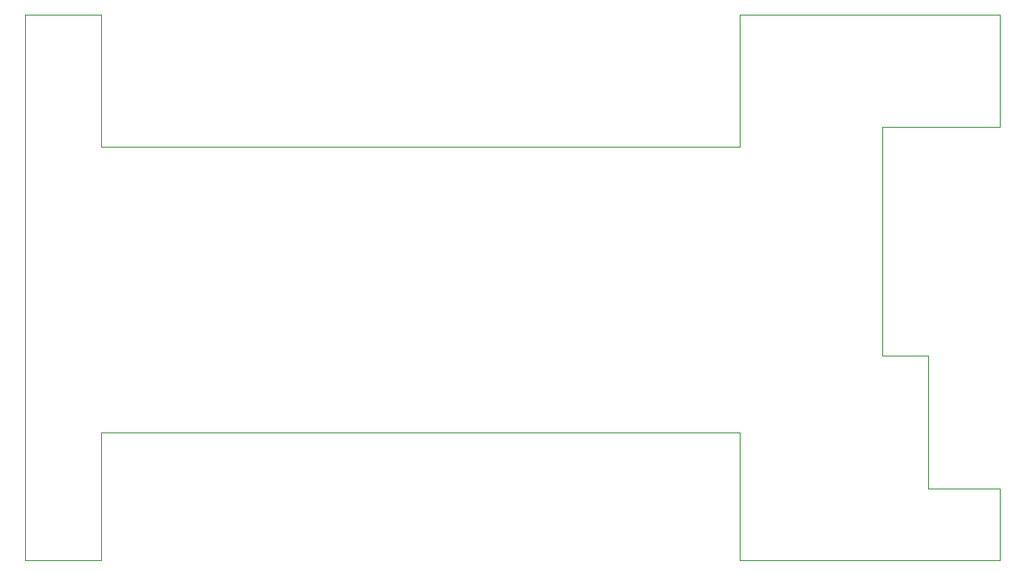
<source format=gbr>
%TF.GenerationSoftware,KiCad,Pcbnew,7.0.7*%
%TF.CreationDate,2023-10-17T22:55:22+02:00*%
%TF.ProjectId,OSSD_front_panel,4f535344-5f66-4726-9f6e-745f70616e65,rev?*%
%TF.SameCoordinates,Original*%
%TF.FileFunction,Profile,NP*%
%FSLAX46Y46*%
G04 Gerber Fmt 4.6, Leading zero omitted, Abs format (unit mm)*
G04 Created by KiCad (PCBNEW 7.0.7) date 2023-10-17 22:55:22*
%MOMM*%
%LPD*%
G01*
G04 APERTURE LIST*
%TA.AperFunction,Profile*%
%ADD10C,0.100000*%
%TD*%
G04 APERTURE END LIST*
D10*
X109500000Y-66500000D02*
X109500000Y-79500000D01*
X109500000Y-107500000D02*
X109500000Y-120000000D01*
X186000000Y-100000000D02*
X190500000Y-100000000D01*
X197500000Y-66500000D02*
X197500000Y-77500000D01*
X186000000Y-77500000D02*
X186000000Y-100000000D01*
X109500000Y-120000000D02*
X102000000Y-120000000D01*
X190500000Y-113000000D02*
X197500000Y-113000000D01*
X172000000Y-66500000D02*
X197500000Y-66500000D01*
X197500000Y-113000000D02*
X197500000Y-120000000D01*
X102000000Y-66500000D02*
X109500000Y-66500000D01*
X190500000Y-100000000D02*
X190500000Y-113000000D01*
X109500000Y-79500000D02*
X172000000Y-79500000D01*
X172000000Y-107500000D02*
X109500000Y-107500000D01*
X102000000Y-120000000D02*
X102000000Y-66500000D01*
X172000000Y-79500000D02*
X172000000Y-66500000D01*
X172000000Y-120000000D02*
X172000000Y-107500000D01*
X172000000Y-107500000D02*
X172000000Y-107500000D01*
X197500000Y-120000000D02*
X172000000Y-120000000D01*
X197500000Y-77500000D02*
X186000000Y-77500000D01*
M02*

</source>
